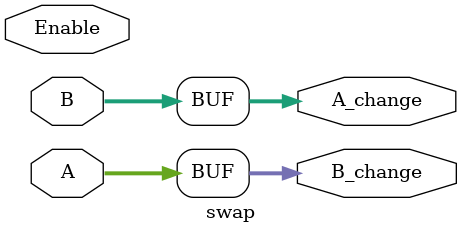
<source format=v>
`timescale 1ns / 1ps


module swap(
    input [7:0]A, B,
    input Enable,
    output [7:0]B_change, A_change
);

assign B_change = A;
assign A_change = B;
endmodule

</source>
